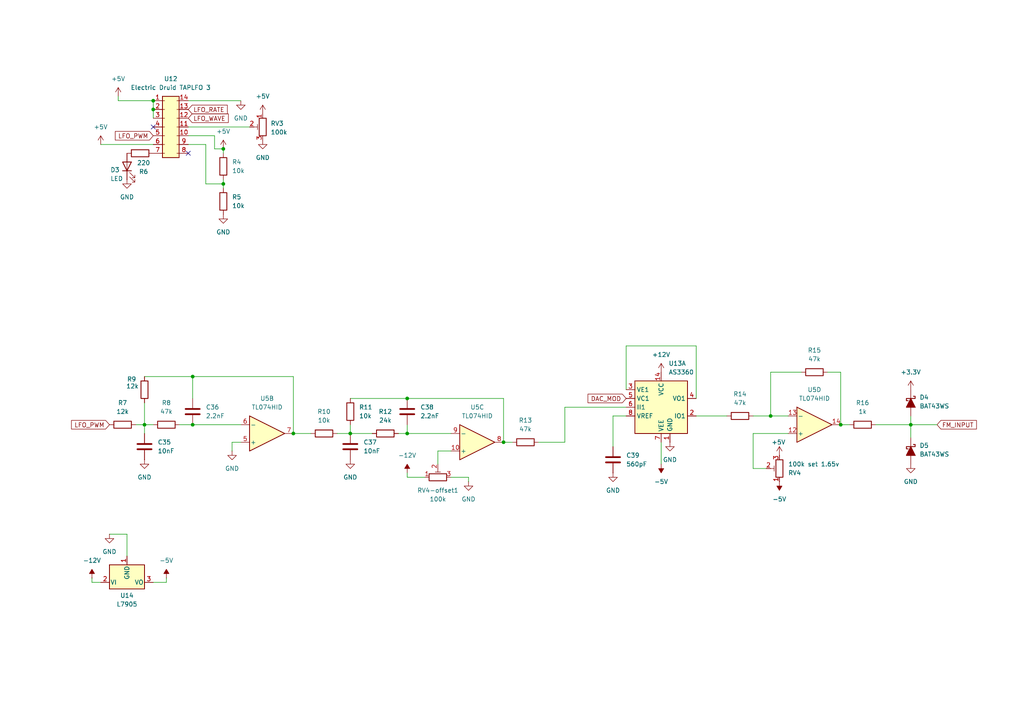
<source format=kicad_sch>
(kicad_sch (version 20250114) (generator "eeschema") (generator_version "9.0")
  (paper "A4")
  (lib_symbols
    (symbol "Audio:AS3360"
      (property "Reference" "U" (at -5.08 10.16 0))
      (property "Value" "AS3360" (at 5.08 10.16 0))
      (symbol "AS3360_0_1"
        (rectangle (start -7.62 7.62) (end 7.62 -7.62) (stroke (width 0.254)) (fill (type background)))
        (pin power_in line (at 0 10.16 270) (length 2.54) (name "VCC") (number "14"))
        (pin power_in line (at 0 -10.16 90) (length 2.54) (name "VEE") (number "7"))
        (pin power_in line (at 2.54 -10.16 90) (length 2.54) (name "GND") (number "1"))
      )
      (symbol "AS3360_1_1"
        (pin input line (at -10.16 5.08 0) (length 2.54) (name "VE1") (number "3"))
        (pin input line (at -10.16 2.54 0) (length 2.54) (name "VC1") (number "5"))
        (pin input line (at -10.16 0 0) (length 2.54) (name "II1") (number "6"))
        (pin passive line (at -10.16 -2.54 0) (length 2.54) (name "VREF") (number "8"))
        (pin output line (at 10.16 2.54 180) (length 2.54) (name "VO1") (number "4"))
        (pin output line (at 10.16 -2.54 180) (length 2.54) (name "IO1") (number "2"))
      )
      (symbol "AS3360_2_1"
        (pin input line (at -10.16 5.08 0) (length 2.54) (name "VE2") (number "12"))
        (pin input line (at -10.16 2.54 0) (length 2.54) (name "VC2") (number "10"))
        (pin input line (at -10.16 0 0) (length 2.54) (name "II2") (number "9"))
        (pin output line (at 10.16 2.54 180) (length 2.54) (name "VO2") (number "11"))
        (pin output line (at 10.16 -2.54 180) (length 2.54) (name "IO2") (number "13"))
      )
    )
    (symbol "Device:C" (pin_numbers (hide yes)) (pin_names (offset 0.254))
      (property "Reference" "C" (at 0.635 2.54 0))
      (property "Value" "C" (at 0.635 -2.54 0))
      (symbol "C_0_1"
        (polyline (pts (xy -2.032 0.762) (xy 2.032 0.762)) (stroke (width 0.508)))
        (polyline (pts (xy -2.032 -0.762) (xy 2.032 -0.762)) (stroke (width 0.508)))
      )
      (symbol "C_1_1"
        (pin passive line (at 0 3.81 270) (length 2.794) (name "~") (number "1"))
        (pin passive line (at 0 -3.81 90) (length 2.794) (name "~") (number "2"))
      )
    )
    (symbol "Device:LED" (pin_numbers (hide yes)) (pin_names (offset 1.016) (hide yes))
      (property "Reference" "D" (at 0 2.54 0))
      (property "Value" "LED" (at 0 -2.54 0))
      (symbol "LED_0_1"
        (polyline (pts (xy -3.048 -0.762) (xy -4.572 -2.286) (xy -3.81 -2.286) (xy -4.572 -2.286) (xy -4.572 -1.524)))
        (polyline (pts (xy -1.778 -0.762) (xy -3.302 -2.286) (xy -2.54 -2.286) (xy -3.302 -2.286) (xy -3.302 -1.524)))
        (polyline (pts (xy -1.27 0) (xy 1.27 0)))
        (polyline (pts (xy -1.27 -1.27) (xy -1.27 1.27)) (stroke (width 0.254)))
        (polyline (pts (xy 1.27 -1.27) (xy 1.27 1.27) (xy -1.27 0) (xy 1.27 -1.27)) (stroke (width 0.254)))
      )
      (symbol "LED_1_1"
        (pin passive line (at -3.81 0 0) (length 2.54) (name "K") (number "1"))
        (pin passive line (at 3.81 0 180) (length 2.54) (name "A") (number "2"))
      )
    )
    (symbol "Device:R" (pin_numbers (hide yes)) (pin_names (offset 0))
      (property "Reference" "R" (at 2.032 0 90))
      (property "Value" "R" (at 0 0 90))
      (symbol "R_0_1"
        (rectangle (start -1.016 -2.54) (end 1.016 2.54) (stroke (width 0.254)))
      )
      (symbol "R_1_1"
        (pin passive line (at 0 3.81 270) (length 1.27) (name "~") (number "1"))
        (pin passive line (at 0 -3.81 90) (length 1.27) (name "~") (number "2"))
      )
    )
    (symbol "Device:R_Potentiometer_Trim" (pin_names (offset 1.016) (hide yes))
      (property "Reference" "RV" (at -4.445 0 90))
      (property "Value" "R_Potentiometer_Trim" (at -2.54 0 90))
      (symbol "R_Potentiometer_Trim_0_1"
        (rectangle (start 1.016 2.54) (end -1.016 -2.54) (stroke (width 0.254)))
        (polyline (pts (xy 1.524 0.762) (xy 1.524 -0.762)))
        (polyline (pts (xy 2.54 0) (xy 1.524 0)))
      )
      (symbol "R_Potentiometer_Trim_1_1"
        (pin passive line (at 0 3.81 270) (length 1.27) (name "1") (number "1"))
        (pin passive line (at 0 -3.81 90) (length 1.27) (name "3") (number "3"))
        (pin passive line (at 3.81 0 180) (length 1.27) (name "2") (number "2"))
      )
    )
    (symbol "PCM_4ms_Power-symbol:+3.3V" (power) (pin_names (offset 0))
      (property "Value" "+3.3V" (at 0 3.556 0))
      (symbol "+3.3V_0_1"
        (polyline (pts (xy -0.762 1.27) (xy 0 2.54)))
        (polyline (pts (xy 0 2.54) (xy 0.762 1.27)))
        (polyline (pts (xy 0 0) (xy 0 2.54)))
      )
      (symbol "+3.3V_1_1"
        (pin power_in line (at 0 0 90) (length 0) (hide yes) (name "+3V3") (number "1"))
      )
    )
    (symbol "PCM_Amplifier_Operational_AKL:TL074HID" (pin_names (offset 0.2))
      (property "Reference" "U" (at 1.27 7.62 0))
      (property "Value" "TL074HID" (at 1.27 5.08 0))
      (symbol "TL074HID_0_1"
        (polyline (pts (xy -3.81 5.08) (xy -3.81 -5.08) (xy 6.35 0) (xy -3.81 5.08)) (stroke (width 0.254)) (fill (type background)))
      )
      (symbol "TL074HID_1_1"
        (pin input line (at -6.35 2.54 0) (length 2.54) (name "-") (number "2"))
        (pin input line (at -6.35 -2.54 0) (length 2.54) (name "+") (number "3"))
        (pin power_in line (at 0 6.35 270) (length 3.18) (name "V+") (number "4"))
        (pin power_in line (at 0 -6.35 90) (length 3.18) (name "V-") (number "11"))
        (pin output line (at 8.89 0 180) (length 2.54) (name "~") (number "1"))
      )
      (symbol "TL074HID_2_1"
        (pin input line (at -6.35 2.54 0) (length 2.54) (name "-") (number "6"))
        (pin input line (at -6.35 -2.54 0) (length 2.54) (name "+") (number "5"))
        (pin output line (at 8.89 0 180) (length 2.54) (name "~") (number "7"))
      )
      (symbol "TL074HID_3_1"
        (pin input line (at -6.35 2.54 0) (length 2.54) (name "-") (number "9"))
        (pin input line (at -6.35 -2.54 0) (length 2.54) (name "+") (number "10"))
        (pin output line (at 8.89 0 180) (length 2.54) (name "~") (number "8"))
      )
      (symbol "TL074HID_4_1"
        (pin input line (at -6.35 2.54 0) (length 2.54) (name "-") (number "13"))
        (pin input line (at -6.35 -2.54 0) (length 2.54) (name "+") (number "12"))
        (pin output line (at 8.89 0 180) (length 2.54) (name "~") (number "14"))
      )
    )
    (symbol "PCM_Diode_Schottky_AKL:BAT43WS" (pin_numbers (hide yes)) (pin_names (offset 1.016) (hide yes))
      (property "Reference" "D" (at 0 5.08 0))
      (property "Value" "BAT43WS" (at 0 2.54 0))
      (symbol "BAT43WS_0_1"
        (polyline (pts (xy -1.27 0) (xy 1.27 0)))
        (polyline (pts (xy -1.27 -1.27) (xy -1.27 1.27) (xy 1.27 0) (xy -1.27 -1.27)) (stroke (width 0.254)) (fill (type outline)))
        (polyline (pts (xy 1.905 -0.762) (xy 1.905 -1.27) (xy 1.27 -1.27) (xy 1.27 1.27) (xy 0.635 1.27) (xy 0.635 0.762)) (stroke (width 0.254)))
      )
      (symbol "BAT43WS_0_2"
        (polyline (pts (xy -2.54 -2.54) (xy 2.54 2.54)))
        (polyline (pts (xy -0.889 -0.889) (xy -1.778 0) (xy 0.889 0.889) (xy 0 -1.778) (xy -0.889 -0.889)) (stroke (width 0.254)) (fill (type outline)))
        (polyline (pts (xy 0 1.778) (xy 1.778 0)) (stroke (width 0.254)))
        (polyline (pts (xy 0 1.778) (xy -0.381 1.397) (xy 0 1.016)) (stroke (width 0.254)))
        (polyline (pts (xy 1.778 0) (xy 2.159 0.381) (xy 1.778 0.762)) (stroke (width 0.254)))
      )
      (symbol "BAT43WS_1_1"
        (pin passive line (at -3.81 0 0) (length 2.54) (name "A") (number "2"))
        (pin passive line (at 3.81 0 180) (length 2.54) (name "K") (number "1"))
      )
      (symbol "BAT43WS_1_2"
        (pin passive line (at -2.54 -2.54 0) (length 0) (name "A") (number "2"))
        (pin passive line (at 2.54 2.54 180) (length 0) (name "K") (number "1"))
      )
    )
    (symbol "PCM_Resistor_US_AKL:R_Pack_DIP-14" (pin_names (offset 0.002) (hide yes))
      (property "Reference" "RN1" (at -13.97 0 90))
      (property "Value" "R_Pack_DIP-14" (at -11.43 0 90))
      (symbol "R_Pack_DIP-14_0_1"
        (rectangle (start -8.89 -2.413) (end 8.89 2.413) (stroke (width 0.254)) (fill (type background)))
        (polyline (pts (xy -7.62 1.778) (xy -7.62 2.54)))
        (polyline (pts (xy -7.62 -2.54) (xy -7.62 -1.778)))
        (polyline (pts (xy -5.08 1.778) (xy -5.08 2.54)))
        (polyline (pts (xy -5.08 -2.54) (xy -5.08 -1.778)))
        (polyline (pts (xy -2.54 1.778) (xy -2.54 2.54)))
        (polyline (pts (xy -2.54 -2.54) (xy -2.54 -1.778)))
        (polyline (pts (xy 0 1.778) (xy 0 2.54)))
        (polyline (pts (xy 0 -2.54) (xy 0 -1.778)))
        (polyline (pts (xy 2.54 1.778) (xy 2.54 2.54)))
        (polyline (pts (xy 2.54 -2.54) (xy 2.54 -1.778)))
        (polyline (pts (xy 5.08 1.778) (xy 5.08 2.54)))
        (polyline (pts (xy 5.08 -2.54) (xy 5.08 -1.778)))
        (polyline (pts (xy 7.62 1.778) (xy 7.62 2.54)))
        (polyline (pts (xy 7.62 -2.54) (xy 7.62 -1.778)))
      )
      (symbol "R_Pack_DIP-14_1_1"
        (pin passive line (at -7.62 5.08 270) (length 2.54) (name "R1.2") (number "14"))
        (pin passive line (at -7.62 -5.08 90) (length 2.54) (name "R1.1") (number "1"))
        (pin passive line (at -5.08 5.08 270) (length 2.54) (name "R2.2") (number "13"))
        (pin passive line (at -5.08 -5.08 90) (length 2.54) (name "R2.1") (number "2"))
        (pin passive line (at -2.54 5.08 270) (length 2.54) (name "R3.2") (number "12"))
        (pin passive line (at -2.54 -5.08 90) (length 2.54) (name "R3.1") (number "3"))
        (pin passive line (at 0 5.08 270) (length 2.54) (name "R4.2") (number "11"))
        (pin passive line (at 0 -5.08 90) (length 2.54) (name "R4.1") (number "4"))
        (pin passive line (at 2.54 5.08 270) (length 2.54) (name "R5.2") (number "10"))
        (pin passive line (at 2.54 -5.08 90) (length 2.54) (name "R5.1") (number "5"))
        (pin passive line (at 5.08 5.08 270) (length 2.54) (name "R6.2") (number "9"))
        (pin passive line (at 5.08 -5.08 90) (length 2.54) (name "R6.1") (number "6"))
        (pin passive line (at 7.62 5.08 270) (length 2.54) (name "R7.2") (number "8"))
        (pin passive line (at 7.62 -5.08 90) (length 2.54) (name "R7.1") (number "7"))
      )
    )
    (symbol "Regulator_Linear:L7905" (pin_names (offset 0.254))
      (property "Reference" "U" (at -3.81 -3.175 0))
      (property "Value" "L7905" (at 0 -3.175 0))
      (symbol "L7905_0_1"
        (rectangle (start -5.08 5.08) (end 5.08 -1.905) (stroke (width 0.254)) (fill (type background)))
      )
      (symbol "L7905_1_1"
        (pin power_in line (at -7.62 0 0) (length 2.54) (name "VI") (number "2"))
        (pin power_in line (at 0 7.62 270) (length 2.54) (name "GND") (number "1"))
        (pin power_out line (at 7.62 0 180) (length 2.54) (name "VO") (number "3"))
      )
    )
    (symbol "power:+12V" (power) (pin_numbers (hide yes)) (pin_names (offset 0) (hide yes))
      (property "Value" "+12V" (at 0 3.556 0))
      (symbol "+12V_0_1"
        (polyline (pts (xy -0.762 1.27) (xy 0 2.54)))
        (polyline (pts (xy 0 2.54) (xy 0.762 1.27)))
        (polyline (pts (xy 0 0) (xy 0 2.54)))
      )
      (symbol "+12V_1_1"
        (pin power_in line (at 0 0 90) (length 0) (name "~") (number "1"))
      )
    )
    (symbol "power:+5V" (power) (pin_numbers (hide yes)) (pin_names (offset 0) (hide yes))
      (property "Value" "+5V" (at 0 3.556 0))
      (symbol "+5V_0_1"
        (polyline (pts (xy -0.762 1.27) (xy 0 2.54)))
        (polyline (pts (xy 0 2.54) (xy 0.762 1.27)))
        (polyline (pts (xy 0 0) (xy 0 2.54)))
      )
      (symbol "+5V_1_1"
        (pin power_in line (at 0 0 90) (length 0) (name "~") (number "1"))
      )
    )
    (symbol "power:-12V" (power) (pin_numbers (hide yes)) (pin_names (offset 0) (hide yes))
      (property "Value" "-12V" (at 0 3.556 0))
      (symbol "-12V_0_0"
        (pin power_in line (at 0 0 90) (length 0) (name "~") (number "1"))
      )
      (symbol "-12V_0_1"
        (polyline (pts (xy 0 0) (xy 0 1.27) (xy 0.762 1.27) (xy 0 2.54) (xy -0.762 1.27) (xy 0 1.27)) (fill (type outline)))
      )
    )
    (symbol "power:-5V" (power) (pin_numbers (hide yes)) (pin_names (offset 0) (hide yes))
      (property "Value" "-5V" (at 0 3.556 0))
      (symbol "-5V_0_0"
        (pin power_in line (at 0 0 90) (length 0) (name "~") (number "1"))
      )
      (symbol "-5V_0_1"
        (polyline (pts (xy 0 0) (xy 0 1.27) (xy 0.762 1.27) (xy 0 2.54) (xy -0.762 1.27) (xy 0 1.27)) (fill (type outline)))
      )
    )
    (symbol "power:GND" (power) (pin_numbers (hide yes)) (pin_names (offset 0) (hide yes))
      (property "Value" "GND" (at 0 -3.81 0))
      (symbol "GND_0_1"
        (polyline (pts (xy 0 0) (xy 0 -1.27) (xy 1.27 -1.27) (xy 0 -2.54) (xy -1.27 -1.27) (xy 0 -1.27)))
      )
      (symbol "GND_1_1"
        (pin power_in line (at 0 0 270) (length 0) (name "~") (number "1"))
      )
    )
  )
  (junction (at 101.6 125.73))
  (junction (at 146.05 128.27))
  (junction (at 41.91 123.19))
  (junction (at 44.45 31.75))
  (junction (at 55.88 109.22))
  (junction (at 44.45 29.21))
  (junction (at 264.16 123.19))
  (junction (at 118.11 125.73))
  (junction (at 85.09 125.73))
  (junction (at 118.11 115.57))
  (junction (at 64.77 43.18))
  (junction (at 243.84 123.19))
  (junction (at 223.52 120.65))
  (junction (at 64.77 53.34))
  (junction (at 55.88 123.19))
  (no_connect (at 44.45 36.83))
  (no_connect (at 54.61 44.45))
  (wire (pts (xy 85.09 109.22) (xy 55.88 109.22)))
  (wire (pts (xy 52.07 123.19) (xy 55.88 123.19)))
  (wire (pts (xy 26.67 168.91) (xy 29.21 168.91)))
  (wire (pts (xy 115.57 125.73) (xy 118.11 125.73)))
  (wire (pts (xy 223.52 120.65) (xy 228.6 120.65)))
  (wire (pts (xy 59.69 41.91) (xy 59.69 53.34)))
  (wire (pts (xy 264.16 120.65) (xy 264.16 123.19)))
  (wire (pts (xy 101.6 125.73) (xy 107.95 125.73)))
  (wire (pts (xy 64.77 53.34) (xy 64.77 54.61)))
  (wire (pts (xy 118.11 125.73) (xy 118.11 123.19)))
  (wire (pts (xy 264.16 123.19) (xy 264.16 127)))
  (wire (pts (xy 97.79 125.73) (xy 101.6 125.73)))
  (wire (pts (xy 201.93 100.33) (xy 201.93 115.57)))
  (wire (pts (xy 130.81 130.81) (xy 127 130.81)))
  (wire (pts (xy 29.21 41.91) (xy 44.45 41.91)))
  (wire (pts (xy 240.03 107.95) (xy 243.84 107.95)))
  (wire (pts (xy 55.88 123.19) (xy 69.85 123.19)))
  (wire (pts (xy 163.83 118.11) (xy 163.83 128.27)))
  (wire (pts (xy 44.45 29.21) (xy 34.29 29.21)))
  (wire (pts (xy 26.67 167.64) (xy 26.67 168.91)))
  (wire (pts (xy 135.89 138.43) (xy 135.89 139.7)))
  (wire (pts (xy 130.81 138.43) (xy 135.89 138.43)))
  (wire (pts (xy 123.19 138.43) (xy 118.11 138.43)))
  (wire (pts (xy 101.6 123.19) (xy 101.6 125.73)))
  (wire (pts (xy 54.61 41.91) (xy 59.69 41.91)))
  (wire (pts (xy 177.8 120.65) (xy 177.8 129.54)))
  (wire (pts (xy 163.83 128.27) (xy 156.21 128.27)))
  (wire (pts (xy 232.41 107.95) (xy 223.52 107.95)))
  (wire (pts (xy 55.88 109.22) (xy 55.88 115.57)))
  (wire (pts (xy 146.05 115.57) (xy 146.05 128.27)))
  (wire (pts (xy 181.61 118.11) (xy 163.83 118.11)))
  (wire (pts (xy 218.44 120.65) (xy 223.52 120.65)))
  (wire (pts (xy 54.61 36.83) (xy 72.39 36.83)))
  (wire (pts (xy 44.45 123.19) (xy 41.91 123.19)))
  (wire (pts (xy 201.93 120.65) (xy 210.82 120.65)))
  (wire (pts (xy 64.77 52.07) (xy 64.77 53.34)))
  (wire (pts (xy 44.45 31.75) (xy 44.45 34.29)))
  (wire (pts (xy 223.52 107.95) (xy 223.52 120.65)))
  (wire (pts (xy 146.05 128.27) (xy 148.59 128.27)))
  (wire (pts (xy 59.69 53.34) (xy 64.77 53.34)))
  (wire (pts (xy 243.84 107.95) (xy 243.84 123.19)))
  (wire (pts (xy 62.23 43.18) (xy 64.77 43.18)))
  (wire (pts (xy 41.91 123.19) (xy 39.37 123.19)))
  (wire (pts (xy 54.61 39.37) (xy 62.23 39.37)))
  (wire (pts (xy 181.61 100.33) (xy 201.93 100.33)))
  (wire (pts (xy 41.91 125.73) (xy 41.91 123.19)))
  (wire (pts (xy 48.26 167.64) (xy 48.26 168.91)))
  (wire (pts (xy 36.83 154.94) (xy 36.83 161.29)))
  (wire (pts (xy 69.85 128.27) (xy 67.31 128.27)))
  (wire (pts (xy 228.6 125.73) (xy 218.44 125.73)))
  (wire (pts (xy 181.61 113.03) (xy 181.61 100.33)))
  (wire (pts (xy 218.44 125.73) (xy 218.44 135.89)))
  (wire (pts (xy 62.23 39.37) (xy 62.23 43.18)))
  (wire (pts (xy 44.45 29.21) (xy 44.45 31.75)))
  (wire (pts (xy 41.91 109.22) (xy 55.88 109.22)))
  (wire (pts (xy 64.77 43.18) (xy 64.77 44.45)))
  (wire (pts (xy 127 130.81) (xy 127 134.62)))
  (wire (pts (xy 85.09 125.73) (xy 90.17 125.73)))
  (wire (pts (xy 41.91 116.84) (xy 41.91 123.19)))
  (wire (pts (xy 85.09 125.73) (xy 85.09 109.22)))
  (wire (pts (xy 218.44 135.89) (xy 222.25 135.89)))
  (wire (pts (xy 254 123.19) (xy 264.16 123.19)))
  (wire (pts (xy 243.84 123.19) (xy 246.38 123.19)))
  (wire (pts (xy 264.16 123.19) (xy 271.78 123.19)))
  (wire (pts (xy 118.11 138.43) (xy 118.11 137.16)))
  (wire (pts (xy 54.61 29.21) (xy 69.85 29.21)))
  (wire (pts (xy 118.11 125.73) (xy 130.81 125.73)))
  (wire (pts (xy 34.29 29.21) (xy 34.29 27.94)))
  (wire (pts (xy 181.61 120.65) (xy 177.8 120.65)))
  (wire (pts (xy 118.11 115.57) (xy 146.05 115.57)))
  (wire (pts (xy 101.6 115.57) (xy 118.11 115.57)))
  (wire (pts (xy 48.26 168.91) (xy 44.45 168.91)))
  (wire (pts (xy 31.75 154.94) (xy 36.83 154.94)))
  (wire (pts (xy 191.77 134.62) (xy 191.77 128.27)))
  (wire (pts (xy 67.31 128.27) (xy 67.31 130.81)))
  (global_label "LFO_WAVE" (shape input) (at 54.61 34.29 0) (property "Intersheetrefs" "${INTERSHEET_REFS}" (effects (hide yes))))
  (global_label "LFO_RATE" (shape input) (at 54.61 31.75 0) (property "Intersheetrefs" "${INTERSHEET_REFS}" (effects (hide yes))))
  (global_label "LFO_PWM" (shape input) (at 44.45 39.37 180) (property "Intersheetrefs" "${INTERSHEET_REFS}" (effects (hide yes))))
  (global_label "LFO_PWM" (shape input) (at 31.75 123.19 180) (property "Intersheetrefs" "${INTERSHEET_REFS}" (effects (hide yes))))
  (global_label "FM_INPUT" (shape input) (at 271.78 123.19 0) (property "Intersheetrefs" "${INTERSHEET_REFS}" (effects (hide yes))))
  (global_label "DAC_MOD" (shape input) (at 181.61 115.57 180) (property "Intersheetrefs" "${INTERSHEET_REFS}" (effects (hide yes))))
  (symbol (lib_id "PCM_Amplifier_Operational_AKL:TL074HID") (at 76.2 125.73 0) (unit 2)
    (property "Reference" "U5" (at 77.47 115.57 0))
    (property "Value" "TL074HID" (at 77.47 118.11 0))
    (property "Footprint" "PCM_Package_SO_AKL:SOIC-14_3.9x8.7mm_P1.27mm" (effects (hide yes)))
    (property "Datasheet" "https://www.ti.com/lit/ds/symlink/tl072h.pdf?ts=1635057479364" (effects (hide yes)))
    (property "Description" "SO-14 Quad JFET Low Noise Operational Amplifier, 4mV Offset, 8nV/√Hz Noise, 1MHz GBW, Alternate KiCAD Library" (effects (hide yes)))
  )
  (symbol (lib_id "power:GND") (at 101.6 133.35 0) (unit 1)
    (property "Reference" "#PWR065" (effects (hide yes)))
    (property "Value" "GND" (at 101.6 138.43 0))
    (property "Description" "Power symbol creates a global label with name \"GND\" , ground" (effects (hide yes)))
  )
  (symbol (lib_id "Device:C") (at 177.8 133.35 0) (unit 1)
    (property "Reference" "C39" (at 181.61 132.0799 0) (effects (justify left)))
    (property "Value" "560pF" (at 181.61 134.6199 0) (effects (justify left)))
    (property "Footprint" "Capacitor_SMD:C_0805_2012Metric_Pad1.18x1.45mm_HandSolder" (effects (hide yes)))
    (property "Description" "Unpolarized capacitor" (effects (hide yes)))
  )
  (symbol (lib_id "PCM_Diode_Schottky_AKL:BAT43WS") (at 264.16 116.84 90) (unit 1)
    (property "Reference" "D4" (at 266.7 115.2524 90) (effects (justify right)))
    (property "Value" "BAT43WS" (at 266.7 117.7924 90) (effects (justify right)))
    (property "Footprint" "Diode_SMD:D_SOD-323_HandSoldering" (effects (hide yes)))
    (property "Datasheet" "https://www.tme.eu/Document/4d750caa3231accc4078276cb83fb8f0/BAT42WS_43WS.pdf" (effects (hide yes)))
    (property "Description" "SOD-323 Schottky diode, 30V, 200mA, Alternate KiCAD Library" (effects (hide yes)))
  )
  (symbol (lib_id "Regulator_Linear:L7905") (at 36.83 168.91 0) (unit 1)
    (property "Reference" "U14" (at 36.83 172.72 0))
    (property "Value" "L7905" (at 36.83 175.26 0))
    (property "Footprint" "PCM_4ms_Package_TO:TO-220-3_Vertical" (effects (hide yes)))
    (property "Datasheet" "http://www.st.com/content/ccc/resource/technical/document/datasheet/c9/16/86/41/c7/2b/45/f2/CD00000450.pdf/files/CD00000450.pdf/jcr:content/translations/en.CD00000450.pdf" (effects (hide yes)))
    (property "Description" "Negative 1.5A 35V Linear Regulator, Fixed Output -5V, TO-220/TO-263" (effects (hide yes)))
  )
  (symbol (lib_id "Device:R") (at 101.6 119.38 0) (unit 1)
    (property "Reference" "R11" (at 104.14 118.1099 0) (effects (justify left)))
    (property "Value" "10k" (at 104.14 120.6499 0) (effects (justify left)))
    (property "Footprint" "PCM_Resistor_SMD_AKL:R_0805_2012Metric_Pad1.15x1.40mm_HandSolder" (effects (hide yes)))
    (property "Description" "Resistor" (effects (hide yes)))
  )
  (symbol (lib_id "Device:R") (at 64.77 48.26 0) (unit 1)
    (property "Reference" "R4" (at 67.31 46.9899 0) (effects (justify left)))
    (property "Value" "10k" (at 67.31 49.5299 0) (effects (justify left)))
    (property "Footprint" "PCM_Resistor_SMD_AKL:R_0805_2012Metric_Pad1.15x1.40mm_HandSolder" (effects (hide yes)))
    (property "Description" "Resistor" (effects (hide yes)))
  )
  (symbol (lib_id "Device:C") (at 41.91 129.54 0) (unit 1)
    (property "Reference" "C35" (at 45.72 128.2699 0) (effects (justify left)))
    (property "Value" "10nF" (at 45.72 130.8099 0) (effects (justify left)))
    (property "Footprint" "Capacitor_SMD:C_0805_2012Metric_Pad1.18x1.45mm_HandSolder" (effects (hide yes)))
    (property "Description" "Unpolarized capacitor" (effects (hide yes)))
  )
  (symbol (lib_id "power:-5V") (at 226.06 139.7 180) (unit 1)
    (property "Reference" "#PWR075" (effects (hide yes)))
    (property "Value" "-5V" (at 226.06 144.78 0))
    (property "Description" "Power symbol creates a global label with name \"-5V\"" (effects (hide yes)))
  )
  (symbol (lib_id "power:GND") (at 67.31 130.81 0) (unit 1)
    (property "Reference" "#PWR064" (effects (hide yes)))
    (property "Value" "GND" (at 67.31 135.89 0))
    (property "Description" "Power symbol creates a global label with name \"GND\" , ground" (effects (hide yes)))
  )
  (symbol (lib_id "power:-5V") (at 48.26 167.64 0) (unit 1)
    (property "Reference" "#PWR073" (effects (hide yes)))
    (property "Value" "-5V" (at 48.26 162.56 0))
    (property "Description" "Power symbol creates a global label with name \"-5V\"" (effects (hide yes)))
  )
  (symbol (lib_id "PCM_Amplifier_Operational_AKL:TL074HID") (at 137.16 128.27 0) (unit 3)
    (property "Reference" "U5" (at 138.43 118.11 0))
    (property "Value" "TL074HID" (at 138.43 120.65 0))
    (property "Footprint" "PCM_Package_SO_AKL:SOIC-14_3.9x8.7mm_P1.27mm" (effects (hide yes)))
    (property "Datasheet" "https://www.ti.com/lit/ds/symlink/tl072h.pdf?ts=1635057479364" (effects (hide yes)))
    (property "Description" "SO-14 Quad JFET Low Noise Operational Amplifier, 4mV Offset, 8nV/√Hz Noise, 1MHz GBW, Alternate KiCAD Library" (effects (hide yes)))
  )
  (symbol (lib_id "power:+5V") (at 34.29 27.94 0) (unit 1)
    (property "Reference" "#PWR055" (effects (hide yes)))
    (property "Value" "+5V" (at 34.29 22.86 0))
    (property "Description" "Power symbol creates a global label with name \"+5V\"" (effects (hide yes)))
  )
  (symbol (lib_id "power:GND") (at 31.75 154.94 0) (unit 1)
    (property "Reference" "#PWR071" (effects (hide yes)))
    (property "Value" "GND" (at 31.75 160.02 0))
    (property "Description" "Power symbol creates a global label with name \"GND\" , ground" (effects (hide yes)))
  )
  (symbol (lib_id "power:+5V") (at 226.06 132.08 0) (unit 1)
    (property "Reference" "#PWR076" (effects (hide yes)))
    (property "Value" "+5V" (at 225.806 128.27 0))
    (property "Description" "Power symbol creates a global label with name \"+5V\"" (effects (hide yes)))
  )
  (symbol (lib_id "power:GND") (at 194.31 128.27 0) (unit 1)
    (property "Reference" "#PWR069" (effects (hide yes)))
    (property "Value" "GND" (at 194.31 133.35 0))
    (property "Description" "Power symbol creates a global label with name \"GND\" , ground" (effects (hide yes)))
  )
  (symbol (lib_id "Device:R") (at 152.4 128.27 90) (unit 1)
    (property "Reference" "R13" (at 152.4 121.92 90))
    (property "Value" "47k" (at 152.4 124.46 90))
    (property "Footprint" "PCM_Resistor_SMD_AKL:R_0805_2012Metric_Pad1.15x1.40mm_HandSolder" (effects (hide yes)))
    (property "Description" "Resistor" (effects (hide yes)))
  )
  (symbol (lib_id "Audio:AS3360") (at 191.77 118.11 0) (unit 1)
    (property "Reference" "U13" (at 193.9133 105.41 0) (effects (justify left)))
    (property "Value" "AS3360" (at 193.9133 107.95 0) (effects (justify left)))
    (property "Footprint" "Package_DIP:DIP-14_W7.62mm_LongPads" (effects (hide yes)))
    (property "Datasheet" "http://www.alfarzpp.lv/eng/sc/AS3360.pdf" (effects (hide yes)))
    (property "Description" "Dual Voltage Controlled Amplifier (VCA), DIP-14/SOIC-14" (effects (hide yes)))
  )
  (symbol (lib_id "Device:R") (at 93.98 125.73 90) (unit 1)
    (property "Reference" "R10" (at 93.98 119.38 90))
    (property "Value" "10k" (at 93.98 121.92 90))
    (property "Footprint" "PCM_Resistor_SMD_AKL:R_0805_2012Metric_Pad1.15x1.40mm_HandSolder" (effects (hide yes)))
    (property "Description" "Resistor" (effects (hide yes)))
  )
  (symbol (lib_id "power:GND") (at 177.8 137.16 0) (unit 1)
    (property "Reference" "#PWR074" (effects (hide yes)))
    (property "Value" "GND" (at 177.8 142.24 0))
    (property "Description" "Power symbol creates a global label with name \"GND\" , ground" (effects (hide yes)))
  )
  (symbol (lib_id "PCM_Amplifier_Operational_AKL:TL074HID") (at 234.95 123.19 0) (unit 4)
    (property "Reference" "U5" (at 236.22 113.03 0))
    (property "Value" "TL074HID" (at 236.22 115.57 0))
    (property "Footprint" "PCM_Package_SO_AKL:SOIC-14_3.9x8.7mm_P1.27mm" (effects (hide yes)))
    (property "Datasheet" "https://www.ti.com/lit/ds/symlink/tl072h.pdf?ts=1635057479364" (effects (hide yes)))
    (property "Description" "SO-14 Quad JFET Low Noise Operational Amplifier, 4mV Offset, 8nV/√Hz Noise, 1MHz GBW, Alternate KiCAD Library" (effects (hide yes)))
  )
  (symbol (lib_id "power:GND") (at 41.91 133.35 0) (unit 1)
    (property "Reference" "#PWR063" (effects (hide yes)))
    (property "Value" "GND" (at 41.91 138.43 0))
    (property "Description" "Power symbol creates a global label with name \"GND\" , ground" (effects (hide yes)))
  )
  (symbol (lib_id "Device:R") (at 35.56 123.19 90) (unit 1)
    (property "Reference" "R7" (at 35.56 116.84 90))
    (property "Value" "12k" (at 35.56 119.38 90))
    (property "Footprint" "PCM_Resistor_SMD_AKL:R_0805_2012Metric_Pad1.15x1.40mm_HandSolder" (effects (hide yes)))
    (property "Description" "Resistor" (effects (hide yes)))
  )
  (symbol (lib_id "power:-5V") (at 191.77 134.62 180) (unit 1)
    (property "Reference" "#PWR070" (effects (hide yes)))
    (property "Value" "-5V" (at 191.77 139.7 0))
    (property "Description" "Power symbol creates a global label with name \"-5V\"" (effects (hide yes)))
  )
  (symbol (lib_id "Device:C") (at 101.6 129.54 0) (unit 1)
    (property "Reference" "C37" (at 105.41 128.2699 0) (effects (justify left)))
    (property "Value" "10nF" (at 105.41 130.8099 0) (effects (justify left)))
    (property "Footprint" "Capacitor_SMD:C_0805_2012Metric_Pad1.18x1.45mm_HandSolder" (effects (hide yes)))
    (property "Description" "Unpolarized capacitor" (effects (hide yes)))
  )
  (symbol (lib_id "Device:C") (at 118.11 119.38 0) (unit 1)
    (property "Reference" "C38" (at 121.92 118.1099 0) (effects (justify left)))
    (property "Value" "2.2nF" (at 121.92 120.6499 0) (effects (justify left)))
    (property "Footprint" "Capacitor_SMD:C_0805_2012Metric_Pad1.18x1.45mm_HandSolder" (effects (hide yes)))
    (property "Description" "Unpolarized capacitor" (effects (hide yes)))
  )
  (symbol (lib_id "power:GND") (at 36.83 52.07 0) (unit 1)
    (property "Reference" "#PWR062" (effects (hide yes)))
    (property "Value" "GND" (at 36.83 57.15 0))
    (property "Description" "Power symbol creates a global label with name \"GND\" , ground" (effects (hide yes)))
  )
  (symbol (lib_id "power:-12V") (at 26.67 167.64 0) (unit 1)
    (property "Reference" "#PWR072" (effects (hide yes)))
    (property "Value" "-12V" (at 26.67 162.56 0))
    (property "Description" "Power symbol creates a global label with name \"-12V\"" (effects (hide yes)))
  )
  (symbol (lib_id "Device:R") (at 48.26 123.19 90) (unit 1)
    (property "Reference" "R8" (at 48.26 116.84 90))
    (property "Value" "47k" (at 48.26 119.38 90))
    (property "Footprint" "PCM_Resistor_SMD_AKL:R_0805_2012Metric_Pad1.15x1.40mm_HandSolder" (effects (hide yes)))
    (property "Description" "Resistor" (effects (hide yes)))
  )
  (symbol (lib_id "power:GND") (at 264.16 134.62 0) (unit 1)
    (property "Reference" "#PWR078" (effects (hide yes)))
    (property "Value" "GND" (at 264.16 139.7 0))
    (property "Description" "Power symbol creates a global label with name \"GND\" , ground" (effects (hide yes)))
  )
  (symbol (lib_id "Device:LED") (at 36.83 48.26 90) (unit 1)
    (property "Reference" "D3" (at 32.004 49.276 90) (effects (justify right)))
    (property "Value" "LED" (at 32.004 51.816 90) (effects (justify right)))
    (property "Footprint" "Eurocad:LED3mm" (effects (hide yes)))
    (property "Description" "Light emitting diode" (effects (hide yes)))
    (property "Sim.Pins" "1=K 2=A" (effects (hide yes)))
  )
  (symbol (lib_id "Device:R") (at 111.76 125.73 90) (unit 1)
    (property "Reference" "R12" (at 111.76 119.38 90))
    (property "Value" "24k" (at 111.76 121.92 90))
    (property "Footprint" "PCM_Resistor_SMD_AKL:R_0805_2012Metric_Pad1.15x1.40mm_HandSolder" (effects (hide yes)))
    (property "Description" "Resistor" (effects (hide yes)))
  )
  (symbol (lib_id "power:GND") (at 76.2 40.64 0) (unit 1)
    (property "Reference" "#PWR057" (effects (hide yes)))
    (property "Value" "GND" (at 76.2 45.72 0))
    (property "Description" "Power symbol creates a global label with name \"GND\" , ground" (effects (hide yes)))
  )
  (symbol (lib_id "power:GND") (at 135.89 139.7 0) (unit 1)
    (property "Reference" "#PWR066" (effects (hide yes)))
    (property "Value" "GND" (at 135.89 144.78 0))
    (property "Description" "Power symbol creates a global label with name \"GND\" , ground" (effects (hide yes)))
  )
  (symbol (lib_id "power:+5V") (at 64.77 43.18 0) (unit 1)
    (property "Reference" "#PWR059" (effects (hide yes)))
    (property "Value" "+5V" (at 64.77 38.1 0))
    (property "Description" "Power symbol creates a global label with name \"+5V\"" (effects (hide yes)))
  )
  (symbol (lib_id "Device:R_Potentiometer_Trim") (at 127 138.43 90) (unit 1)
    (property "Reference" "RV4-offset1" (at 127 142.24 90))
    (property "Value" "100k" (at 127 144.78 90))
    (property "Footprint" "PCM_Potentiometer_THT_AKL:Potentiometer_Runtron_RM-065_Vertical" (effects (hide yes)))
    (property "Description" "Trim-potentiometer" (effects (hide yes)))
  )
  (symbol (lib_id "power:+5V") (at 76.2 33.02 0) (unit 1)
    (property "Reference" "#PWR058" (effects (hide yes)))
    (property "Value" "+5V" (at 76.2 27.94 0))
    (property "Description" "Power symbol creates a global label with name \"+5V\"" (effects (hide yes)))
  )
  (symbol (lib_id "Device:R") (at 41.91 113.03 0) (unit 1)
    (property "Reference" "R9" (at 36.83 109.982 0) (effects (justify left)))
    (property "Value" "12k" (at 36.576 112.014 0) (effects (justify left)))
    (property "Footprint" "PCM_Resistor_SMD_AKL:R_0805_2012Metric_Pad1.15x1.40mm_HandSolder" (effects (hide yes)))
    (property "Description" "Resistor" (effects (hide yes)))
  )
  (symbol (lib_id "power:+12V") (at 191.77 107.95 0) (unit 1)
    (property "Reference" "#PWR068" (effects (hide yes)))
    (property "Value" "+12V" (at 191.77 102.87 0))
    (property "Description" "Power symbol creates a global label with name \"+12V\"" (effects (hide yes)))
  )
  (symbol (lib_id "Device:R") (at 250.19 123.19 90) (unit 1)
    (property "Reference" "R16" (at 250.19 116.84 90))
    (property "Value" "1k" (at 250.19 119.38 90))
    (property "Footprint" "PCM_Resistor_SMD_AKL:R_0805_2012Metric_Pad1.15x1.40mm_HandSolder" (effects (hide yes)))
    (property "Description" "Resistor" (effects (hide yes)))
  )
  (symbol (lib_id "power:-12V") (at 118.11 137.16 0) (unit 1)
    (property "Reference" "#PWR067" (effects (hide yes)))
    (property "Value" "-12V" (at 118.11 132.08 0))
    (property "Description" "Power symbol creates a global label with name \"-12V\"" (effects (hide yes)))
  )
  (symbol (lib_id "PCM_Diode_Schottky_AKL:BAT43WS") (at 264.16 130.81 90) (unit 1)
    (property "Reference" "D5" (at 266.7 129.2224 90) (effects (justify right)))
    (property "Value" "BAT43WS" (at 266.7 131.7624 90) (effects (justify right)))
    (property "Footprint" "Diode_SMD:D_SOD-323_HandSoldering" (effects (hide yes)))
    (property "Datasheet" "https://www.tme.eu/Document/4d750caa3231accc4078276cb83fb8f0/BAT42WS_43WS.pdf" (effects (hide yes)))
    (property "Description" "SOD-323 Schottky diode, 30V, 200mA, Alternate KiCAD Library" (effects (hide yes)))
  )
  (symbol (lib_id "power:GND") (at 69.85 29.21 0) (unit 1)
    (property "Reference" "#PWR056" (effects (hide yes)))
    (property "Value" "GND" (at 69.85 34.29 0))
    (property "Description" "Power symbol creates a global label with name \"GND\" , ground" (effects (hide yes)))
  )
  (symbol (lib_id "PCM_4ms_Power-symbol:+3.3V") (at 264.16 113.03 0) (unit 1)
    (property "Reference" "#PWR077" (effects (hide yes)))
    (property "Value" "+3.3V" (at 264.16 107.95 0))
  )
  (symbol (lib_id "PCM_Resistor_US_AKL:R_Pack_DIP-14") (at 49.53 36.83 270) (unit 1)
    (property "Reference" "U12" (at 49.53 22.86 90))
    (property "Value" "Electric Druid TAPLFO 3" (at 49.53 25.4 90))
    (property "Footprint" "PCM_Package_DIP_AKL:DIP-14_W7.62mm_LongPads" (effects (hide yes)))
    (property "Description" "DIP-14 7x Resistor Network, Isolated, US Symbol, Alternate KiCad Library" (effects (hide yes)))
  )
  (symbol (lib_id "Device:R") (at 214.63 120.65 90) (unit 1)
    (property "Reference" "R14" (at 214.63 114.3 90))
    (property "Value" "47k" (at 214.63 116.84 90))
    (property "Footprint" "PCM_Resistor_SMD_AKL:R_0805_2012Metric_Pad1.15x1.40mm_HandSolder" (effects (hide yes)))
    (property "Description" "Resistor" (effects (hide yes)))
  )
  (symbol (lib_id "Device:R_Potentiometer_Trim") (at 226.06 135.89 180) (unit 1)
    (property "Reference" "RV4" (at 228.6 137.1601 0) (effects (justify right)))
    (property "Value" "100k set 1.65v" (at 228.6 134.6201 0) (effects (justify right)))
    (property "Footprint" "PCM_Potentiometer_THT_AKL:Potentiometer_Runtron_RM-065_Vertical" (effects (hide yes)))
    (property "Description" "Trim-potentiometer" (effects (hide yes)))
  )
  (symbol (lib_id "Device:R") (at 40.64 44.45 270) (mirror x) (unit 1)
    (property "Reference" "R6" (at 41.656 49.784 90))
    (property "Value" "220" (at 41.656 47.244 90))
    (property "Footprint" "PCM_Resistor_SMD_AKL:R_0805_2012Metric_Pad1.15x1.40mm_HandSolder" (effects (hide yes)))
    (property "Description" "Resistor" (effects (hide yes)))
  )
  (symbol (lib_id "Device:R_Potentiometer_Trim") (at 76.2 36.83 0) (mirror y) (unit 1)
    (property "Reference" "RV3" (at 78.486 35.814 0) (effects (justify right)))
    (property "Value" "100k" (at 78.486 38.354 0) (effects (justify right)))
    (property "Footprint" "PCM_Potentiometer_THT_AKL:Potentiometer_Runtron_RM-065_Vertical" (effects (hide yes)))
    (property "Description" "Trim-potentiometer" (effects (hide yes)))
  )
  (symbol (lib_id "Device:R") (at 236.22 107.95 90) (unit 1)
    (property "Reference" "R15" (at 236.22 101.6 90))
    (property "Value" "47k" (at 236.22 104.14 90))
    (property "Footprint" "PCM_Resistor_SMD_AKL:R_0805_2012Metric_Pad1.15x1.40mm_HandSolder" (effects (hide yes)))
    (property "Description" "Resistor" (effects (hide yes)))
  )
  (symbol (lib_id "power:GND") (at 64.77 62.23 0) (unit 1)
    (property "Reference" "#PWR060" (effects (hide yes)))
    (property "Value" "GND" (at 64.77 67.31 0))
    (property "Description" "Power symbol creates a global label with name \"GND\" , ground" (effects (hide yes)))
  )
  (symbol (lib_id "Device:C") (at 55.88 119.38 0) (unit 1)
    (property "Reference" "C36" (at 59.69 118.1099 0) (effects (justify left)))
    (property "Value" "2.2nF" (at 59.69 120.6499 0) (effects (justify left)))
    (property "Footprint" "Capacitor_SMD:C_0805_2012Metric_Pad1.18x1.45mm_HandSolder" (effects (hide yes)))
    (property "Description" "Unpolarized capacitor" (effects (hide yes)))
  )
  (symbol (lib_id "power:+5V") (at 29.21 41.91 0) (unit 1)
    (property "Reference" "#PWR061" (effects (hide yes)))
    (property "Value" "+5V" (at 29.21 36.83 0))
    (property "Description" "Power symbol creates a global label with name \"+5V\"" (effects (hide yes)))
  )
  (symbol (lib_id "Device:R") (at 64.77 58.42 0) (unit 1)
    (property "Reference" "R5" (at 67.31 57.1499 0) (effects (justify left)))
    (property "Value" "10k" (at 67.31 59.6899 0) (effects (justify left)))
    (property "Footprint" "PCM_Resistor_SMD_AKL:R_0805_2012Metric_Pad1.15x1.40mm_HandSolder" (effects (hide yes)))
    (property "Description" "Resistor" (effects (hide yes)))
  )
)
</source>
